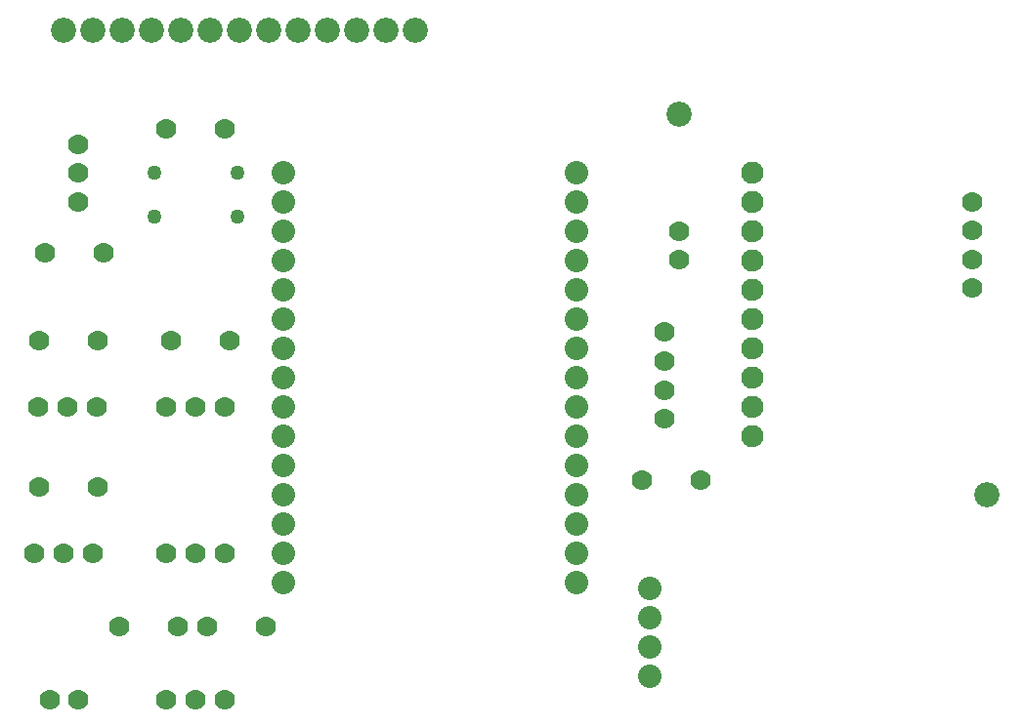
<source format=gbr>
G04 EAGLE Gerber RS-274X export*
G75*
%MOMM*%
%FSLAX34Y34*%
%LPD*%
%INTop Copper*%
%IPPOS*%
%AMOC8*
5,1,8,0,0,1.08239X$1,22.5*%
G01*
G04 Define Apertures*
%ADD10C,1.260000*%
%ADD11C,2.184400*%
%ADD12C,1.778000*%
%ADD13C,1.930400*%
%ADD14C,2.032000*%
D10*
X624200Y685800D03*
X696600Y685800D03*
X696600Y647700D03*
X624200Y647700D03*
D11*
X546100Y809500D03*
X571500Y809500D03*
X596900Y809500D03*
X622300Y809500D03*
X647700Y809500D03*
X673100Y809500D03*
X698500Y809500D03*
X723900Y809500D03*
X749300Y809500D03*
X774700Y809500D03*
X800100Y809500D03*
X825500Y809500D03*
X850900Y809500D03*
D12*
X558800Y660400D03*
X558800Y685400D03*
X558800Y710400D03*
X524100Y482600D03*
X549100Y482600D03*
X574100Y482600D03*
X520700Y355600D03*
X545700Y355600D03*
X570700Y355600D03*
X635000Y482600D03*
X660000Y482600D03*
X685000Y482600D03*
X635000Y355600D03*
X660000Y355600D03*
X685000Y355600D03*
D11*
X1079500Y736600D03*
D12*
X1333500Y660400D03*
X1333500Y635400D03*
X1333500Y610400D03*
X1333500Y585400D03*
X635000Y228600D03*
X660000Y228600D03*
X685000Y228600D03*
X558800Y228600D03*
X533800Y228600D03*
X645054Y292100D03*
X594254Y292100D03*
X670454Y292100D03*
X721254Y292100D03*
X1046569Y419100D03*
X1097369Y419100D03*
X580148Y615950D03*
X529348Y615950D03*
X685800Y723900D03*
X635000Y723900D03*
X575204Y539750D03*
X524404Y539750D03*
X524404Y412750D03*
X575204Y412750D03*
X638704Y539750D03*
X689504Y539750D03*
X1079500Y635000D03*
X1079500Y610000D03*
D13*
X1143000Y685800D03*
X1143000Y660400D03*
X1143000Y635000D03*
X1143000Y609600D03*
X1143000Y584200D03*
X1143000Y558800D03*
X1143000Y533400D03*
X1143000Y508000D03*
X1143000Y482600D03*
X1143000Y457200D03*
D12*
X1066800Y547204D03*
X1066800Y522204D03*
X1066800Y497204D03*
X1066800Y472204D03*
D14*
X1054100Y325120D03*
X1054100Y299720D03*
X1054100Y274320D03*
X1054100Y248920D03*
D11*
X1346200Y406400D03*
D14*
X736600Y685800D03*
X736600Y660400D03*
X736600Y635000D03*
X736600Y609600D03*
X736600Y584200D03*
X736600Y558800D03*
X736600Y533400D03*
X736600Y508000D03*
X736600Y482600D03*
X736600Y457200D03*
X736600Y431800D03*
X736600Y406400D03*
X736600Y381000D03*
X736600Y355600D03*
X736600Y330200D03*
X990600Y330200D03*
X990600Y355600D03*
X990600Y381000D03*
X990600Y406400D03*
X990600Y431800D03*
X990600Y457200D03*
X990600Y482600D03*
X990600Y508000D03*
X990600Y533400D03*
X990600Y558800D03*
X990600Y584200D03*
X990600Y609600D03*
X990600Y635000D03*
X990600Y660400D03*
X990600Y685800D03*
M02*

</source>
